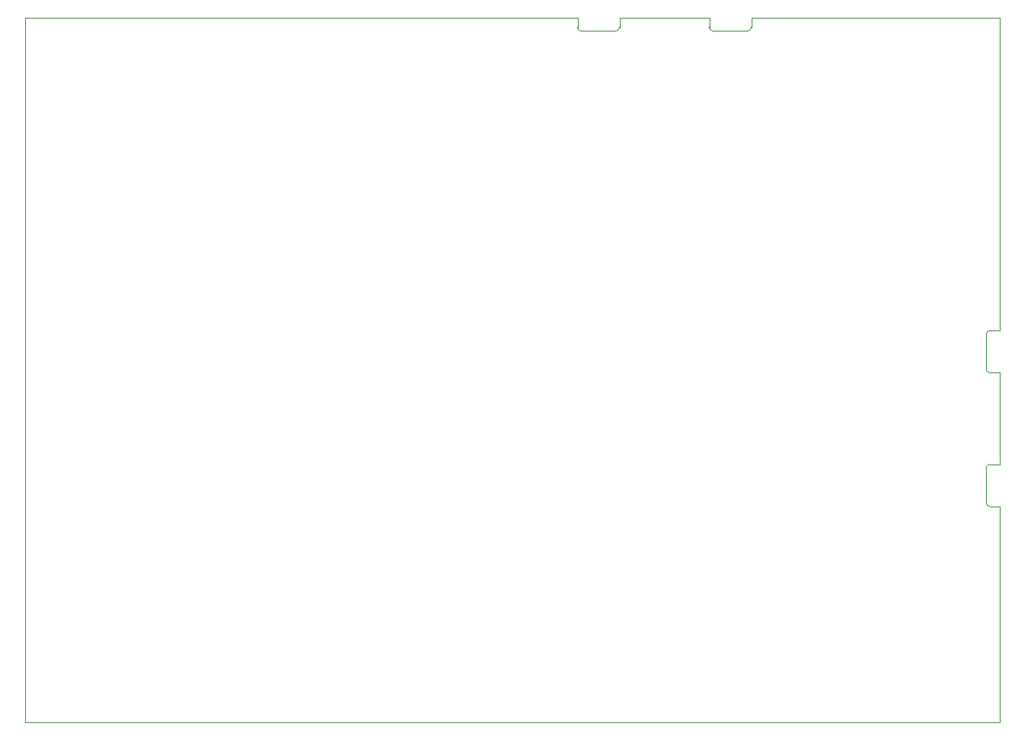
<source format=gm1>
%TF.GenerationSoftware,KiCad,Pcbnew,(6.0.5)*%
%TF.CreationDate,2023-10-27T13:21:37+02:00*%
%TF.ProjectId,Tape_Emulator,54617065-5f45-46d7-956c-61746f722e6b,rev?*%
%TF.SameCoordinates,Original*%
%TF.FileFunction,Profile,NP*%
%FSLAX46Y46*%
G04 Gerber Fmt 4.6, Leading zero omitted, Abs format (unit mm)*
G04 Created by KiCad (PCBNEW (6.0.5)) date 2023-10-27 13:21:37*
%MOMM*%
%LPD*%
G01*
G04 APERTURE LIST*
%TA.AperFunction,Profile*%
%ADD10C,0.100000*%
%TD*%
%TA.AperFunction,Profile*%
%ADD11C,0.120000*%
%TD*%
G04 APERTURE END LIST*
D10*
X173200000Y-124200000D02*
X173200000Y-124600000D01*
X173200000Y-93300000D02*
X173200000Y-92300000D01*
X155600000Y-124600000D02*
X172900000Y-124600000D01*
X138500000Y-50800000D02*
X137700000Y-50800000D01*
X104700000Y-124600000D02*
X155600000Y-124600000D01*
X77000000Y-50800000D02*
X71100000Y-50800000D01*
X173200000Y-59700000D02*
X173200000Y-50800000D01*
X71100000Y-51600000D02*
X71100000Y-75000000D01*
X113800000Y-50800000D02*
X94000000Y-50800000D01*
X173200000Y-124600000D02*
X172900000Y-124600000D01*
X71100000Y-50800000D02*
X71100000Y-51600000D01*
X151500000Y-50800000D02*
X172800000Y-50800000D01*
X173200000Y-50800000D02*
X172800000Y-50800000D01*
X71100000Y-108300000D02*
X71100000Y-124400000D01*
X71100000Y-89400000D02*
X71100000Y-108300000D01*
X71100000Y-75000000D02*
X71100000Y-89400000D01*
X173200000Y-106300000D02*
X173200000Y-124200000D01*
X71400000Y-124600000D02*
X104700000Y-124600000D01*
X71400000Y-124600000D02*
X71100000Y-124600000D01*
X94000000Y-50800000D02*
X77000000Y-50800000D01*
X173200000Y-79300000D02*
X173200000Y-59700000D01*
X124700000Y-50800000D02*
X113800000Y-50800000D01*
X71100000Y-124600000D02*
X71100000Y-124400000D01*
D11*
%TO.C,J2*%
X147200000Y-50800000D02*
X151500000Y-50800000D01*
X143200000Y-52200000D02*
X146800000Y-52200000D01*
X142800000Y-50800000D02*
X138500000Y-50800000D01*
X142800000Y-51800000D02*
X142800000Y-50800000D01*
X147200000Y-51800000D02*
X147200000Y-50800000D01*
X146800000Y-52200000D02*
G75*
G03*
X147200000Y-51800000I-2J400002D01*
G01*
X142800000Y-51800000D02*
G75*
G03*
X143200000Y-52200000I400000J0D01*
G01*
%TO.C,J3*%
X172200000Y-83600000D02*
X173200000Y-83600000D01*
X171800000Y-84000000D02*
X171800000Y-87600000D01*
X173200000Y-88000000D02*
X173200000Y-92300000D01*
X172200000Y-88000000D02*
X173200000Y-88000000D01*
X173200000Y-83600000D02*
X173200000Y-79300000D01*
X171800000Y-87600000D02*
G75*
G03*
X172200000Y-88000000I400002J2D01*
G01*
X172200000Y-83600000D02*
G75*
G03*
X171800000Y-84000000I0J-400000D01*
G01*
%TO.C,J1*%
X129000000Y-50800000D02*
X124700000Y-50800000D01*
X129400000Y-52200000D02*
X133000000Y-52200000D01*
X133400000Y-50800000D02*
X137700000Y-50800000D01*
X133400000Y-51800000D02*
X133400000Y-50800000D01*
X129000000Y-51800000D02*
X129000000Y-50800000D01*
X133000000Y-52200000D02*
G75*
G03*
X133400000Y-51800000I-2J400002D01*
G01*
X129000000Y-51800000D02*
G75*
G03*
X129400000Y-52200000I400000J0D01*
G01*
%TO.C,J4*%
X173200000Y-97600000D02*
X173200000Y-93300000D01*
X173200000Y-102000000D02*
X173200000Y-106300000D01*
X172200000Y-97600000D02*
X173200000Y-97600000D01*
X171800000Y-98000000D02*
X171800000Y-101600000D01*
X172200000Y-102000000D02*
X173200000Y-102000000D01*
X171800000Y-101600000D02*
G75*
G03*
X172200000Y-102000000I400002J2D01*
G01*
X172200000Y-97600000D02*
G75*
G03*
X171800000Y-98000000I0J-400000D01*
G01*
%TD*%
M02*

</source>
